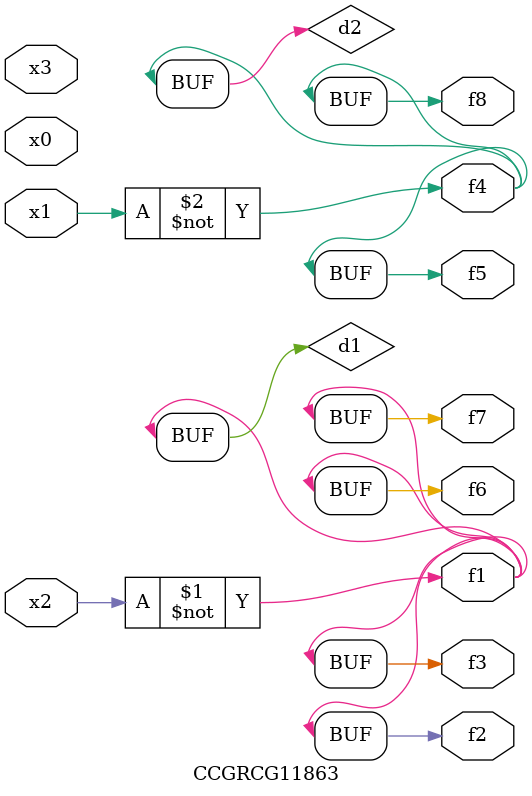
<source format=v>
module CCGRCG11863(
	input x0, x1, x2, x3,
	output f1, f2, f3, f4, f5, f6, f7, f8
);

	wire d1, d2;

	xnor (d1, x2);
	not (d2, x1);
	assign f1 = d1;
	assign f2 = d1;
	assign f3 = d1;
	assign f4 = d2;
	assign f5 = d2;
	assign f6 = d1;
	assign f7 = d1;
	assign f8 = d2;
endmodule

</source>
